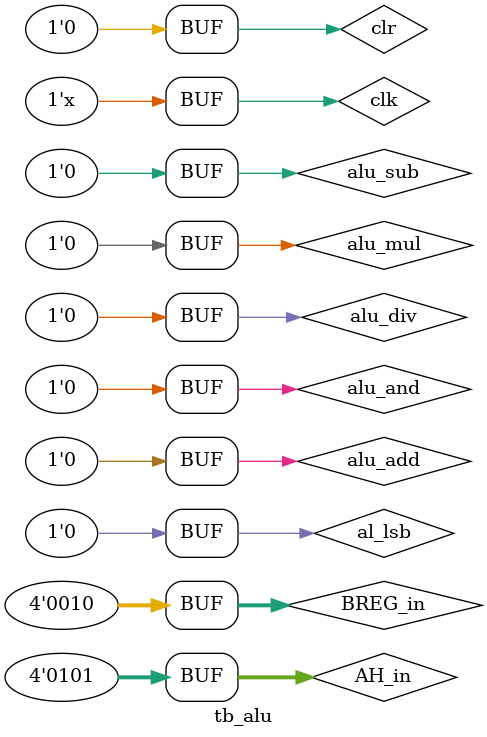
<source format=v>
`timescale 1ns / 1ps
module tb_alu;
    reg alu_sub, alu_div, alu_and,clk,clr,alu_add,alu_mul,al_lsb;
    reg [3:0] AH_in;
    reg [3:0] BREG_in;
    wire [3:0] ALU_out;
    wire Fa_cout,sign_flag,carry_flag,zero_flag;
    
    alu UUT (alu_sub,alu_div,AH_in,BREG_in,alu_and, ALU_out,Fa_cout,clk,clr,alu_add,alu_mul,al_lsb,sign_flag,carry_flag,zero_flag);
    always #50 clk=~clk;
    initial begin
        AH_in=4'b0101;
        BREG_in=4'b0010;
        alu_sub=0; 
        alu_div=0; 
        alu_and=0;
        alu_mul=0;
        alu_add=0; 
        al_lsb=0;
        clk=0;
        clr=1;
        #100; clr=0;
        #100; alu_add=1;
        #100; alu_add=0; alu_sub=1;
        #100; alu_sub=0; alu_and=1;
        #100; alu_and=0;

    end
endmodule

</source>
